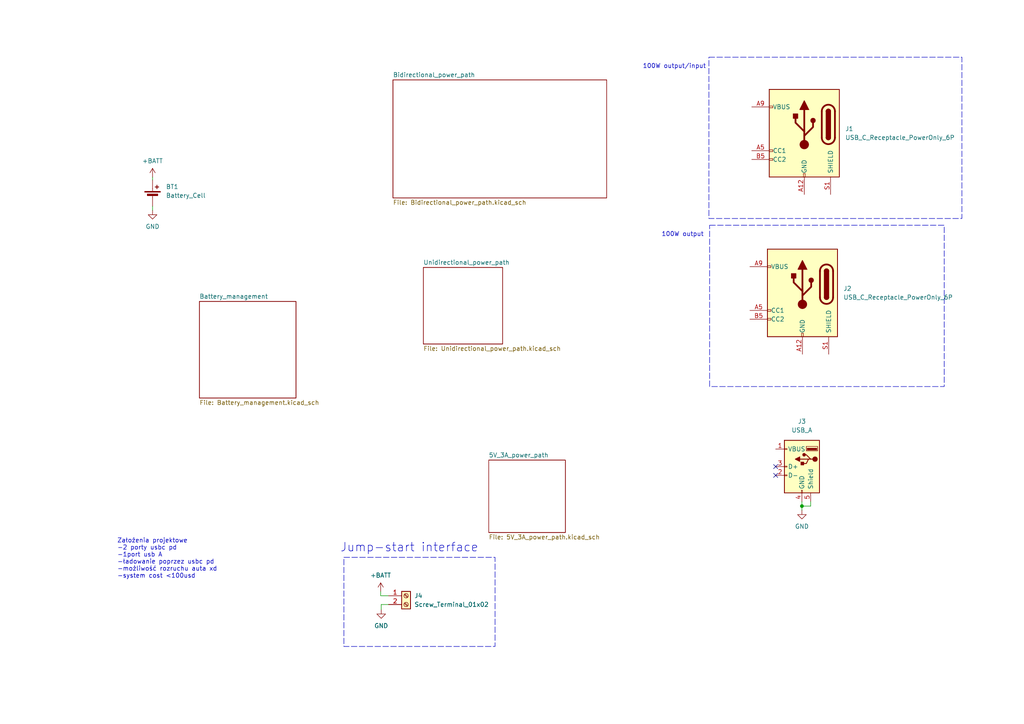
<source format=kicad_sch>
(kicad_sch (version 20230121) (generator eeschema)
  (paper "A4")
  (lib_symbols
    (symbol "Connector:Screw_Terminal_01x02" (pin_names (offset 1.016) hide)
      (property "Reference" "J" (at 0 2.54 0))
      (property "Value" "Screw_Terminal_01x02" (at 0 -5.08 0))
      (symbol "Screw_Terminal_01x02_1_1"
        (rectangle (start -1.27 1.27) (end 1.27 -3.81) (stroke (width 0.254)) (fill (type background)))
        (circle (center 0 -2.54) (radius 0.635) (stroke (width 0.1524)))
        (polyline (pts (xy -0.5334 -2.2098) (xy 0.3302 -3.048)) (stroke (width 0.1524)))
        (polyline (pts (xy -0.5334 0.3302) (xy 0.3302 -0.508)) (stroke (width 0.1524)))
        (polyline (pts (xy -0.3556 -2.032) (xy 0.508 -2.8702)) (stroke (width 0.1524)))
        (polyline (pts (xy -0.3556 0.508) (xy 0.508 -0.3302)) (stroke (width 0.1524)))
        (circle (center 0 0) (radius 0.635) (stroke (width 0.1524)))
        (pin passive line (at -5.08 0 0) (length 3.81) (name "Pin_1") (number "1"))
        (pin passive line (at -5.08 -2.54 0) (length 3.81) (name "Pin_2") (number "2"))
      )
    )
    (symbol "Connector:USB_A" (pin_names (offset 1.016))
      (property "Reference" "J" (at -5.08 11.43 0))
      (property "Value" "USB_A" (at -5.08 8.89 0))
      (symbol "USB_A_0_1"
        (rectangle (start -5.08 -7.62) (end 5.08 7.62) (stroke (width 0.254)) (fill (type background)))
        (circle (center -3.81 2.159) (radius 0.635) (stroke (width 0.254)) (fill (type outline)))
        (rectangle (start -1.524 4.826) (end -4.318 5.334) (fill (type outline)))
        (rectangle (start -1.27 4.572) (end -4.572 5.842))
        (circle (center -0.635 3.429) (radius 0.381) (stroke (width 0.254)) (fill (type outline)))
        (rectangle (start -0.127 -7.62) (end 0.127 -6.858))
        (polyline (pts (xy -3.175 2.159) (xy -2.54 2.159) (xy -1.27 3.429) (xy -0.635 3.429)) (stroke (width 0.254)))
        (polyline (pts (xy -2.54 2.159) (xy -1.905 2.159) (xy -1.27 0.889) (xy 0 0.889)) (stroke (width 0.254)))
        (polyline (pts (xy 0.635 2.794) (xy 0.635 1.524) (xy 1.905 2.159) (xy 0.635 2.794)) (stroke (width 0.254)) (fill (type outline)))
        (rectangle (start 0.254 1.27) (end -0.508 0.508) (stroke (width 0.254)) (fill (type outline)))
        (rectangle (start 5.08 -2.667) (end 4.318 -2.413))
        (rectangle (start 5.08 -0.127) (end 4.318 0.127))
        (rectangle (start 5.08 4.953) (end 4.318 5.207))
      )
      (symbol "USB_A_1_1"
        (polyline (pts (xy -1.905 2.159) (xy 0.635 2.159)) (stroke (width 0.254)))
        (pin power_in line (at 7.62 5.08 180) (length 2.54) (name "VBUS") (number "1"))
        (pin bidirectional line (at 7.62 -2.54 180) (length 2.54) (name "D-") (number "2"))
        (pin bidirectional line (at 7.62 0 180) (length 2.54) (name "D+") (number "3"))
        (pin power_in line (at 0 -10.16 90) (length 2.54) (name "GND") (number "4"))
        (pin passive line (at -2.54 -10.16 90) (length 2.54) (name "Shield") (number "5"))
      )
    )
    (symbol "Connector:USB_C_Receptacle_PowerOnly_6P" (pin_names (offset 1.016))
      (property "Reference" "J" (at 0 16.51 0))
      (property "Value" "USB_C_Receptacle_PowerOnly_6P" (at 0 13.97 0))
      (symbol "USB_C_Receptacle_PowerOnly_6P_0_0"
        (rectangle (start -0.254 -12.7) (end 0.254 -11.684))
        (rectangle (start 10.16 -7.366) (end 9.144 -7.874))
        (rectangle (start 10.16 -4.826) (end 9.144 -5.334))
        (rectangle (start 10.16 7.874) (end 9.144 7.366))
      )
      (symbol "USB_C_Receptacle_PowerOnly_6P_0_1"
        (rectangle (start -10.16 12.7) (end 10.16 -12.7) (stroke (width 0.254)) (fill (type background)))
        (arc (start -8.89 -1.27) (mid -6.985 -3.1667) (end -5.08 -1.27) (stroke (width 0.508)))
        (arc (start -7.62 -1.27) (mid -6.985 -1.9023) (end -6.35 -1.27) (stroke (width 0.254)))
        (arc (start -7.62 -1.27) (mid -6.985 -1.9023) (end -6.35 -1.27) (stroke (width 0.254)) (fill (type outline)))
        (rectangle (start -7.62 -1.27) (end -6.35 6.35) (stroke (width 0.254)) (fill (type outline)))
        (arc (start -6.35 6.35) (mid -6.985 6.9823) (end -7.62 6.35) (stroke (width 0.254)))
        (arc (start -6.35 6.35) (mid -6.985 6.9823) (end -7.62 6.35) (stroke (width 0.254)) (fill (type outline)))
        (arc (start -5.08 6.35) (mid -6.985 8.2467) (end -8.89 6.35) (stroke (width 0.508)))
        (circle (center -2.54 3.683) (radius 0.635) (stroke (width 0.254)) (fill (type outline)))
        (circle (center 0 -3.302) (radius 1.27) (fill (type outline)))
        (polyline (pts (xy -8.89 -1.27) (xy -8.89 6.35)) (stroke (width 0.508)))
        (polyline (pts (xy -5.08 6.35) (xy -5.08 -1.27)) (stroke (width 0.508)))
        (polyline (pts (xy 0 -3.302) (xy 0 6.858)) (stroke (width 0.508)))
        (polyline (pts (xy 0 -0.762) (xy -2.54 1.778) (xy -2.54 3.048)) (stroke (width 0.508)))
        (polyline (pts (xy 0 0.508) (xy 2.54 3.048) (xy 2.54 4.318)) (stroke (width 0.508)))
        (polyline (pts (xy -1.27 6.858) (xy 0 9.398) (xy 1.27 6.858) (xy -1.27 6.858)) (stroke (width 0.254)) (fill (type outline)))
        (rectangle (start 1.905 4.318) (end 3.175 5.588) (stroke (width 0.254)) (fill (type outline)))
      )
      (symbol "USB_C_Receptacle_PowerOnly_6P_1_1"
        (pin passive line (at 0 -17.78 90) (length 5.08) (name "GND") (number "A12"))
        (pin bidirectional line (at 15.24 -5.08 180) (length 5.08) (name "CC1") (number "A5"))
        (pin passive line (at 15.24 7.62 180) (length 5.08) (name "VBUS") (number "A9"))
        (pin passive line (at 0 -17.78 90) (length 5.08) hide (name "GND") (number "B12"))
        (pin bidirectional line (at 15.24 -7.62 180) (length 5.08) (name "CC2") (number "B5"))
        (pin passive line (at 15.24 7.62 180) (length 5.08) hide (name "VBUS") (number "B9"))
        (pin passive line (at -7.62 -17.78 90) (length 5.08) (name "SHIELD") (number "S1"))
      )
    )
    (symbol "Device:Battery_Cell" (pin_numbers hide) (pin_names (offset 0) hide)
      (property "Reference" "BT" (at 2.54 2.54 0))
      (property "Value" "Battery_Cell" (at 2.54 0 0))
      (symbol "Battery_Cell_0_1"
        (rectangle (start -2.286 1.778) (end 2.286 1.524) (fill (type outline)))
        (rectangle (start -1.524 1.016) (end 1.524 0.508) (fill (type outline)))
        (polyline (pts (xy 0 0.762) (xy 0 0)))
        (polyline (pts (xy 0 1.778) (xy 0 2.54)))
        (polyline (pts (xy 0.762 3.048) (xy 1.778 3.048)) (stroke (width 0.254)))
        (polyline (pts (xy 1.27 3.556) (xy 1.27 2.54)) (stroke (width 0.254)))
      )
      (symbol "Battery_Cell_1_1"
        (pin passive line (at 0 5.08 270) (length 2.54) (name "+") (number "1"))
        (pin passive line (at 0 -2.54 90) (length 2.54) (name "-") (number "2"))
      )
    )
    (symbol "power:+BATT" (power) (pin_names (offset 0))
      (property "Value" "+BATT" (at 0 3.556 0))
      (symbol "+BATT_0_1"
        (polyline (pts (xy -0.762 1.27) (xy 0 2.54)))
        (polyline (pts (xy 0 0) (xy 0 2.54)))
        (polyline (pts (xy 0 2.54) (xy 0.762 1.27)))
      )
      (symbol "+BATT_1_1"
        (pin power_in line (at 0 0 90) (length 0) hide (name "+BATT") (number "1"))
      )
    )
    (symbol "power:GND" (power) (pin_names (offset 0))
      (property "Value" "GND" (at 0 -3.81 0))
      (symbol "GND_0_1"
        (polyline (pts (xy 0 0) (xy 0 -1.27) (xy 1.27 -1.27) (xy 0 -2.54) (xy -1.27 -1.27) (xy 0 -1.27)))
      )
      (symbol "GND_1_1"
        (pin power_in line (at 0 0 270) (length 0) hide (name "GND") (number "1"))
      )
    )
  )
  (junction (at 232.5878 146.7866))
  (no_connect (at 224.9678 137.8712))
  (no_connect (at 224.9678 135.3312))
  (wire (pts (xy 110.5662 175.3362) (xy 110.5662 176.8094)))
  (wire (pts (xy 44.2468 51.3842) (xy 44.2468 52.197)))
  (wire (pts (xy 235.1278 146.7866) (xy 232.5878 146.7866)))
  (wire (pts (xy 232.5878 145.4912) (xy 232.5878 146.7866)))
  (wire (pts (xy 232.5878 146.7866) (xy 232.5878 147.9804)))
  (wire (pts (xy 44.2468 59.817) (xy 44.2468 61.0108)))
  (wire (pts (xy 112.6998 175.3362) (xy 110.5662 175.3362)))
  (wire (pts (xy 235.1278 145.4912) (xy 235.1278 146.7866)))
  (wire (pts (xy 112.6998 172.7962) (xy 110.4138 172.7962)))
  (wire (pts (xy 110.4138 171.577) (xy 110.4138 172.7962)))
  (rectangle (start 205.613 16.5862) (end 278.9936 63.373) (stroke (width 0) (type dash)))
  (rectangle (start 205.8162 65.3288) (end 273.8628 112.1156) (stroke (width 0) (type dash)))
  (rectangle (start 99.7458 161.6456) (end 143.5862 187.5028) (stroke (width 0) (type dash)))
  (text "100W output\n" (at 191.8462 68.7832 0) (effects (font (size 1.27 1.27)) (justify left bottom)))
  (text "Założenia projektowe\n-2 porty usbc pd\n-1port usb A\n-ładowanie poprzez usbc pd \n-możliwość rozruchu auta xd\n-system cost <100usd\n\n" (at 33.9852 169.926 0) (effects (font (size 1.27 1.27)) (justify left bottom)))
  (text "100W output/input\n" (at 186.3852 20.0406 0) (effects (font (size 1.27 1.27)) (justify left bottom)))
  (text "Jump-start interface" (at 98.6282 160.3502 0) (effects (font (size 2.5 2.5)) (justify left bottom)))
  (symbol (lib_id "Connector:USB_C_Receptacle_PowerOnly_6P") (at 232.7402 84.963 0) (mirror y) (unit 1)
    (property "Reference" "J2" (at 244.602 83.693 0) (effects (justify right)))
    (property "Value" "USB_C_Receptacle_PowerOnly_6P" (at 244.602 86.233 0) (effects (justify right)))
    (property "Footprint" "Connector_USB:USB_C_Receptacle_GCT_USB4135-GF-A_6P_TopMnt_Horizontal" (effects hide))
    (property "Datasheet" "https://www.usb.org/sites/default/files/documents/usb_type-c.zip" (effects hide))
  )
  (symbol (lib_id "power:GND") (at 110.5662 176.8094 0) (unit 1)
    (property "Reference" "#PWR05" (effects hide))
    (property "Value" "GND" (at 110.5662 181.5084 0))
  )
  (symbol (lib_id "power:+BATT") (at 44.2468 51.3842 0) (unit 1)
    (property "Reference" "#PWR02" (effects hide))
    (property "Value" "+BATT" (at 44.2468 46.6852 0))
  )
  (symbol (lib_id "power:GND") (at 44.2468 61.0108 0) (unit 1)
    (property "Reference" "#PWR03" (effects hide))
    (property "Value" "GND" (at 44.2468 65.7098 0))
  )
  (symbol (lib_id "Connector:Screw_Terminal_01x02") (at 117.7798 172.7962 0) (unit 1)
    (property "Reference" "J4" (at 120.1674 172.7962 0) (effects (justify left)))
    (property "Value" "Screw_Terminal_01x02" (at 120.1674 175.3362 0) (effects (justify left)))
  )
  (symbol (lib_id "Connector:USB_C_Receptacle_PowerOnly_6P") (at 233.2736 38.6334 0) (mirror y) (unit 1)
    (property "Reference" "J1" (at 245.1354 37.3634 0) (effects (justify right)))
    (property "Value" "USB_C_Receptacle_PowerOnly_6P" (at 245.1354 39.9034 0) (effects (justify right)))
    (property "Footprint" "Connector_USB:USB_C_Receptacle_GCT_USB4135-GF-A_6P_TopMnt_Horizontal" (effects hide))
    (property "Datasheet" "https://www.usb.org/sites/default/files/documents/usb_type-c.zip" (effects hide))
  )
  (symbol (lib_id "power:+BATT") (at 110.4138 171.577 0) (unit 1)
    (property "Reference" "#PWR04" (effects hide))
    (property "Value" "+BATT" (at 110.4138 166.878 0))
  )
  (symbol (lib_id "Connector:USB_A") (at 232.5878 135.3312 0) (mirror y) (unit 1)
    (property "Reference" "J3" (at 232.5878 122.2248 0))
    (property "Value" "USB_A" (at 232.5878 124.7648 0))
    (property "Footprint" "Connector_USB:USB_A_CNCTech_1001-011-01101_Horizontal" (effects hide))
    (property "Datasheet" " ~" (effects hide))
  )
  (symbol (lib_id "power:GND") (at 232.5878 147.9804 0) (unit 1)
    (property "Reference" "#PWR01" (effects hide))
    (property "Value" "GND" (at 232.5878 152.6794 0))
  )
  (symbol (lib_id "Device:Battery_Cell") (at 44.2468 57.277 0) (unit 1)
    (property "Reference" "BT1" (at 48.1076 54.1655 0) (effects (justify left)))
    (property "Value" "Battery_Cell" (at 48.1076 56.7055 0) (effects (justify left)))
  )
  (sheet (at 141.7574 133.4516) (size 22.225 21.0058) (stroke (width 0.1524))
    (property "Sheetname" "5V_3A_power_path" (at 141.7574 132.74 0) (effects (justify left bottom)))
    (property "Sheetfile" "5V_3A_power_path.kicad_sch" (at 141.7574 155.042 0) (effects (justify left top)))
  )
  (sheet (at 122.7836 77.5716) (size 23.0124 22.1996) (stroke (width 0.1524))
    (property "Sheetname" "Unidirectional_power_path" (at 122.7836 76.86 0) (effects (justify left bottom)))
    (property "Sheetfile" "Unidirectional_power_path.kicad_sch" (at 122.7836 100.3558 0) (effects (justify left top)))
  )
  (sheet (at 57.8358 87.4268) (size 28.0162 28.0162) (stroke (width 0.1524))
    (property "Sheetname" "Battery_management" (at 57.8358 86.7152 0) (effects (justify left bottom)))
    (property "Sheetfile" "Battery_management.kicad_sch" (at 57.8358 116.0276 0) (effects (justify left top)))
  )
  (sheet (at 113.9698 23.1648) (size 62.0014 34.2392) (stroke (width 0.1524))
    (property "Sheetname" "Bidirectional_power_path" (at 113.9698 22.4532 0) (effects (justify left bottom)))
    (property "Sheetfile" "Bidirectional_power_path.kicad_sch" (at 113.9698 57.9886 0) (effects (justify left top)))
  )
)
</source>
